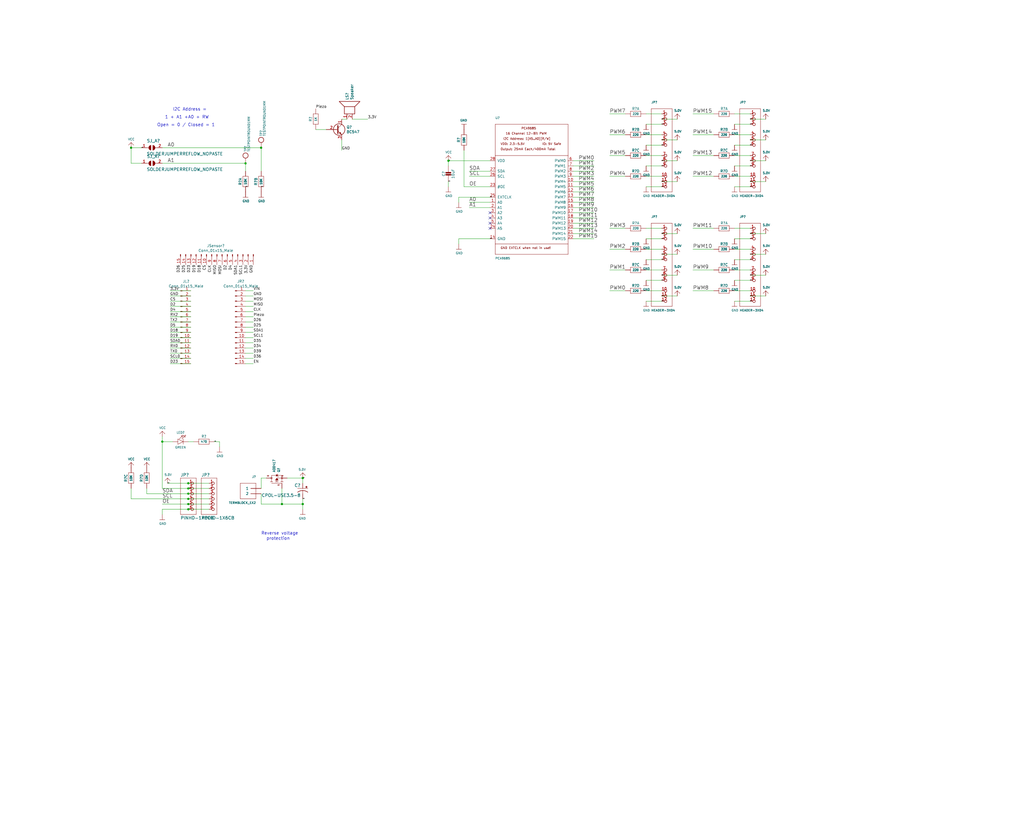
<source format=kicad_sch>
(kicad_sch (version 20211123) (generator eeschema)
  (paper "User" 499.999 399.999)
  (title_block (title "Robonova Upgraded Controller Board") (date "2022-08-11") (rev "V1.0") (comment 1 "Casper R. Tak"))
  (junction (at 91.948 238.506))
  (junction (at 64.008 72.136))
  (junction (at 91.948 241.046))
  (junction (at 91.948 235.966))
  (junction (at 137.668 246.126))
  (junction (at 127.508 72.136))
  (junction (at 119.888 79.756))
  (junction (at 218.948 78.486))
  (junction (at 91.948 246.126))
  (junction (at 91.948 248.666))
  (junction (at 79.248 215.646))
  (junction (at 147.828 233.426))
  (junction (at 147.828 246.126))
  (junction (at 91.948 243.586))
  (no_connect (at 239.268 108.966))
  (no_connect (at 239.268 111.506))
  (no_connect (at 239.268 106.426))
  (no_connect (at 239.268 103.886))
  (wire (pts (xy 239.268 98.806) (xy 229.108 98.806)))
  (wire (pts (xy 279.908 96.266) (xy 290.068 96.266)))
  (wire (pts (xy 147.828 246.126) (xy 137.668 246.126)))
  (wire (pts (xy 305.308 121.666) (xy 297.688 121.666)))
  (wire (pts (xy 279.908 108.966) (xy 290.068 108.966)))
  (wire (pts (xy 166.878 68.326) (xy 166.878 73.406)))
  (wire (pts (xy 119.888 157.226) (xy 123.698 157.226)))
  (wire (pts (xy 348.488 75.946) (xy 338.328 75.946)))
  (wire (pts (xy 218.948 78.486) (xy 239.268 78.486)))
  (wire (pts (xy 140.208 233.426) (xy 147.828 233.426)))
  (wire (pts (xy 91.948 246.126) (xy 79.248 246.126)))
  (wire (pts (xy 119.888 159.766) (xy 123.698 159.766)))
  (wire (pts (xy 83.058 177.546) (xy 93.218 177.546)))
  (wire (pts (xy 348.488 86.106) (xy 338.328 86.106)))
  (wire (pts (xy 239.268 91.186) (xy 226.568 91.186)))
  (wire (pts (xy 366.268 116.586) (xy 358.648 116.586)))
  (wire (pts (xy 279.908 81.026) (xy 290.068 81.026)))
  (wire (pts (xy 348.488 131.826) (xy 338.328 131.826)))
  (wire (pts (xy 358.648 131.826) (xy 366.268 131.826)))
  (wire (pts (xy 83.058 159.766) (xy 93.218 159.766)))
  (wire (pts (xy 366.268 144.526) (xy 373.888 144.526)))
  (wire (pts (xy 130.048 233.426) (xy 127.508 233.426)))
  (wire (pts (xy 83.058 152.146) (xy 93.218 152.146)))
  (wire (pts (xy 147.828 246.126) (xy 147.828 248.666)))
  (wire (pts (xy 154.178 63.246) (xy 159.258 63.246)))
  (wire (pts (xy 315.468 131.826) (xy 323.088 131.826)))
  (wire (pts (xy 119.888 162.306) (xy 123.698 162.306)))
  (wire (pts (xy 79.248 248.666) (xy 79.248 251.206)))
  (wire (pts (xy 83.058 141.986) (xy 93.218 141.986)))
  (wire (pts (xy 102.108 243.586) (xy 91.948 243.586)))
  (wire (pts (xy 366.268 147.066) (xy 358.648 147.066)))
  (wire (pts (xy 102.108 248.666) (xy 91.948 248.666)))
  (wire (pts (xy 64.008 79.756) (xy 64.008 72.136)))
  (wire (pts (xy 91.948 243.586) (xy 64.008 243.586)))
  (wire (pts (xy 279.908 86.106) (xy 290.068 86.106)))
  (wire (pts (xy 127.508 233.426) (xy 127.508 238.506)))
  (wire (pts (xy 358.648 55.626) (xy 366.268 55.626)))
  (wire (pts (xy 348.488 121.666) (xy 338.328 121.666)))
  (wire (pts (xy 279.908 103.886) (xy 290.068 103.886)))
  (wire (pts (xy 358.648 65.786) (xy 366.268 65.786)))
  (wire (pts (xy 119.888 152.146) (xy 123.698 152.146)))
  (wire (pts (xy 79.248 215.646) (xy 79.248 213.106)))
  (wire (pts (xy 348.488 55.626) (xy 338.328 55.626)))
  (wire (pts (xy 83.058 144.526) (xy 93.218 144.526)))
  (wire (pts (xy 119.888 79.756) (xy 119.888 83.566)))
  (wire (pts (xy 305.308 86.106) (xy 297.688 86.106)))
  (wire (pts (xy 137.668 246.126) (xy 127.508 246.126)))
  (wire (pts (xy 119.888 147.066) (xy 123.698 147.066)))
  (wire (pts (xy 358.648 121.666) (xy 366.268 121.666)))
  (wire (pts (xy 69.088 72.136) (xy 64.008 72.136)))
  (wire (pts (xy 305.308 75.946) (xy 297.688 75.946)))
  (wire (pts (xy 64.008 243.586) (xy 64.008 238.506)))
  (wire (pts (xy 315.468 65.786) (xy 323.088 65.786)))
  (wire (pts (xy 83.058 147.066) (xy 93.218 147.066)))
  (wire (pts (xy 91.948 215.646) (xy 94.488 215.646)))
  (wire (pts (xy 305.308 141.986) (xy 297.688 141.986)))
  (wire (pts (xy 91.948 241.046) (xy 71.628 241.046)))
  (wire (pts (xy 107.188 215.646) (xy 107.188 218.186)))
  (wire (pts (xy 218.948 78.486) (xy 218.948 81.026)))
  (wire (pts (xy 79.248 238.506) (xy 79.248 215.646)))
  (wire (pts (xy 323.088 116.586) (xy 315.468 116.586)))
  (wire (pts (xy 366.268 78.486) (xy 373.888 78.486)))
  (wire (pts (xy 83.058 149.606) (xy 93.218 149.606)))
  (wire (pts (xy 366.268 60.706) (xy 358.648 60.706)))
  (wire (pts (xy 83.058 162.306) (xy 93.218 162.306)))
  (wire (pts (xy 279.908 111.506) (xy 290.068 111.506)))
  (wire (pts (xy 358.648 75.946) (xy 366.268 75.946)))
  (wire (pts (xy 305.308 55.626) (xy 297.688 55.626)))
  (wire (pts (xy 119.888 167.386) (xy 123.698 167.386)))
  (wire (pts (xy 348.488 65.786) (xy 338.328 65.786)))
  (wire (pts (xy 79.248 72.136) (xy 127.508 72.136)))
  (wire (pts (xy 366.268 81.026) (xy 358.648 81.026)))
  (wire (pts (xy 102.108 238.506) (xy 91.948 238.506)))
  (wire (pts (xy 102.108 241.046) (xy 91.948 241.046)))
  (wire (pts (xy 127.508 72.136) (xy 127.508 83.566)))
  (wire (pts (xy 79.248 79.756) (xy 119.888 79.756)))
  (wire (pts (xy 119.888 154.686) (xy 123.698 154.686)))
  (wire (pts (xy 239.268 83.566) (xy 229.108 83.566)))
  (wire (pts (xy 305.308 111.506) (xy 297.688 111.506)))
  (wire (pts (xy 315.468 111.506) (xy 323.088 111.506)))
  (wire (pts (xy 279.908 98.806) (xy 290.068 98.806)))
  (wire (pts (xy 366.268 126.746) (xy 358.648 126.746)))
  (wire (pts (xy 279.908 78.486) (xy 290.068 78.486)))
  (wire (pts (xy 279.908 88.646) (xy 290.068 88.646)))
  (wire (pts (xy 71.628 241.046) (xy 71.628 238.506)))
  (wire (pts (xy 239.268 86.106) (xy 229.108 86.106)))
  (wire (pts (xy 366.268 134.366) (xy 373.888 134.366)))
  (wire (pts (xy 81.788 235.966) (xy 91.948 235.966)))
  (wire (pts (xy 323.088 81.026) (xy 315.468 81.026)))
  (wire (pts (xy 83.058 157.226) (xy 93.218 157.226)))
  (wire (pts (xy 315.468 141.986) (xy 323.088 141.986)))
  (wire (pts (xy 323.088 144.526) (xy 330.708 144.526)))
  (wire (pts (xy 119.888 172.466) (xy 123.698 172.466)))
  (wire (pts (xy 323.088 70.866) (xy 315.468 70.866)))
  (wire (pts (xy 279.908 116.586) (xy 290.068 116.586)))
  (wire (pts (xy 348.488 111.506) (xy 338.328 111.506)))
  (wire (pts (xy 366.268 91.186) (xy 358.648 91.186)))
  (wire (pts (xy 297.688 65.786) (xy 305.308 65.786)))
  (wire (pts (xy 323.088 78.486) (xy 330.708 78.486)))
  (wire (pts (xy 279.908 91.186) (xy 290.068 91.186)))
  (wire (pts (xy 348.488 141.986) (xy 338.328 141.986)))
  (wire (pts (xy 91.948 238.506) (xy 79.248 238.506)))
  (wire (pts (xy 239.268 101.346) (xy 229.108 101.346)))
  (wire (pts (xy 83.058 169.926) (xy 93.218 169.926)))
  (wire (pts (xy 315.468 55.626) (xy 323.088 55.626)))
  (wire (pts (xy 119.888 177.546) (xy 123.698 177.546)))
  (wire (pts (xy 279.908 93.726) (xy 290.068 93.726)))
  (wire (pts (xy 366.268 70.866) (xy 358.648 70.866)))
  (wire (pts (xy 279.908 106.426) (xy 290.068 106.426)))
  (wire (pts (xy 147.828 233.426) (xy 147.828 235.966)))
  (wire (pts (xy 119.888 175.006) (xy 123.698 175.006)))
  (wire (pts (xy 358.648 141.986) (xy 366.268 141.986)))
  (wire (pts (xy 366.268 124.206) (xy 373.888 124.206)))
  (wire (pts (xy 323.088 60.706) (xy 315.468 60.706)))
  (wire (pts (xy 119.888 141.986) (xy 123.698 141.986)))
  (wire (pts (xy 323.088 124.206) (xy 330.708 124.206)))
  (wire (pts (xy 366.268 88.646) (xy 373.888 88.646)))
  (wire (pts (xy 366.268 114.046) (xy 373.888 114.046)))
  (wire (pts (xy 239.268 116.586) (xy 224.028 116.586)))
  (wire (pts (xy 279.908 114.046) (xy 290.068 114.046)))
  (wire (pts (xy 79.248 215.646) (xy 84.328 215.646)))
  (wire (pts (xy 366.268 68.326) (xy 373.888 68.326)))
  (wire (pts (xy 83.058 167.386) (xy 93.218 167.386)))
  (wire (pts (xy 358.648 111.506) (xy 366.268 111.506)))
  (wire (pts (xy 366.268 136.906) (xy 358.648 136.906)))
  (wire (pts (xy 119.888 144.526) (xy 123.698 144.526)))
  (wire (pts (xy 91.948 248.666) (xy 79.248 248.666)))
  (wire (pts (xy 239.268 96.266) (xy 224.028 96.266)))
  (wire (pts (xy 323.088 91.186) (xy 315.468 91.186)))
  (wire (pts (xy 315.468 121.666) (xy 323.088 121.666)))
  (wire (pts (xy 119.888 169.926) (xy 123.698 169.926)))
  (wire (pts (xy 171.958 58.166) (xy 179.578 58.166)))
  (wire (pts (xy 91.948 235.966) (xy 102.108 235.966)))
  (wire (pts (xy 358.648 86.106) (xy 366.268 86.106)))
  (wire (pts (xy 366.268 58.166) (xy 373.888 58.166)))
  (wire (pts (xy 323.088 88.646) (xy 330.708 88.646)))
  (wire (pts (xy 69.088 79.756) (xy 64.008 79.756)))
  (wire (pts (xy 137.668 238.506) (xy 137.668 246.126)))
  (wire (pts (xy 305.308 131.826) (xy 297.688 131.826)))
  (wire (pts (xy 279.908 83.566) (xy 290.068 83.566)))
  (wire (pts (xy 83.058 154.686) (xy 93.218 154.686)))
  (wire (pts (xy 323.088 114.046) (xy 330.708 114.046)))
  (wire (pts (xy 83.058 172.466) (xy 93.218 172.466)))
  (wire (pts (xy 224.028 96.266) (xy 224.028 98.806)))
  (wire (pts (xy 323.088 147.066) (xy 315.468 147.066)))
  (wire (pts (xy 315.468 75.946) (xy 323.088 75.946)))
  (wire (pts (xy 218.948 88.646) (xy 218.948 91.186)))
  (wire (pts (xy 323.088 136.906) (xy 315.468 136.906)))
  (wire (pts (xy 147.828 243.586) (xy 147.828 246.126)))
  (wire (pts (xy 169.418 58.166) (xy 166.878 58.166)))
  (wire (pts (xy 226.568 91.186) (xy 226.568 73.406)))
  (wire (pts (xy 83.058 164.846) (xy 93.218 164.846)))
  (wire (pts (xy 315.468 86.106) (xy 323.088 86.106)))
  (wire (pts (xy 323.088 134.366) (xy 330.708 134.366)))
  (wire (pts (xy 83.058 175.006) (xy 93.218 175.006)))
  (wire (pts (xy 224.028 116.586) (xy 224.028 119.126)))
  (wire (pts (xy 279.908 101.346) (xy 290.068 101.346)))
  (wire (pts (xy 119.888 164.846) (xy 123.698 164.846)))
  (wire (pts (xy 323.088 68.326) (xy 330.708 68.326)))
  (wire (pts (xy 102.108 246.126) (xy 91.948 246.126)))
  (wire (pts (xy 119.888 149.606) (xy 123.698 149.606)))
  (wire (pts (xy 323.088 58.166) (xy 330.708 58.166)))
  (wire (pts (xy 104.648 215.646) (xy 107.188 215.646)))
  (wire (pts (xy 127.508 246.126) (xy 127.508 241.046)))
  (wire (pts (xy 323.088 126.746) (xy 315.468 126.746)))
  (text "Open = 0 / Closed = 1" (at 76.708 61.976 0) (effects (font (size 1.4986 1.4986)) (justify left bottom)))
  (text "protection" (at 130.048 263.906 0) (effects (font (size 1.4986 1.4986)) (justify left bottom)))
  (text "I2C Address =" (at 84.328 54.356 0) (effects (font (size 1.4986 1.4986)) (justify left bottom)))
  (text "1 + A1 +A0 + RW" (at 80.518 58.166 0) (effects (font (size 1.4986 1.4986)) (justify left bottom)))
  (text "Reverse voltage" (at 127.508 261.366 0) (effects (font (size 1.4986 1.4986)) (justify left bottom)))
  (label "GND" (at 147.828 243.586 0) (effects (font (size 0.254 0.254))))
  (label "5.0V" (at 366.268 68.326 0) (effects (font (size 0.254 0.254))))
  (label "5.0V" (at 323.088 144.526 0) (effects (font (size 0.254 0.254))))
  (label "D4" (at 113.538 129.286 270))
  (label "PWM7" (at 282.448 96.266 0) (effects (font (size 1.778 1.778))))
  (label "PWM5" (at 282.448 91.186 0) (effects (font (size 1.778 1.778))))
  (label "3.3V" (at 179.578 58.166 0))
  (label "5.0V" (at 366.268 88.646 0) (effects (font (size 0.254 0.254))))
  (label "D25" (at 123.698 159.766 0))
  (label "RX0" (at 83.058 169.926 0))
  (label "TX2" (at 83.058 157.226 0))
  (label "5.0V" (at 366.268 134.366 0) (effects (font (size 0.254 0.254))))
  (label "CLK" (at 123.698 152.146 0))
  (label "PWM9" (at 338.328 131.826 0) (effects (font (size 1.778 1.778))))
  (label "VCC" (at 69.088 72.136 0) (effects (font (size 0.254 0.254))))
  (label "5.0V" (at 366.268 58.166 0) (effects (font (size 0.254 0.254))))
  (label "GND" (at 323.088 70.866 0) (effects (font (size 0.254 0.254))))
  (label "SCL0" (at 83.058 175.006 0))
  (label "Piezo" (at 154.178 53.086 0))
  (label "5.0V" (at 366.268 114.046 0) (effects (font (size 0.254 0.254))))
  (label "GND" (at 323.088 116.586 0) (effects (font (size 0.254 0.254))))
  (label "3.3V" (at 121.158 129.286 270))
  (label "3.3V" (at 83.058 141.986 0))
  (label "GND" (at 127.508 91.186 0) (effects (font (size 0.254 0.254))))
  (label "SCL1" (at 118.618 129.286 270))
  (label "5.0V" (at 323.088 88.646 0) (effects (font (size 0.254 0.254))))
  (label "PWM0" (at 282.448 78.486 0) (effects (font (size 1.778 1.778))))
  (label "PWM2" (at 297.688 121.666 0) (effects (font (size 1.778 1.778))))
  (label "GND" (at 323.088 147.066 0) (effects (font (size 0.254 0.254))))
  (label "D4" (at 83.058 152.146 0))
  (label "PWM8" (at 282.448 98.806 0) (effects (font (size 1.778 1.778))))
  (label "OE" (at 79.248 246.126 0) (effects (font (size 1.778 1.778))))
  (label "GND" (at 239.268 96.266 0) (effects (font (size 0.254 0.254))))
  (label "GND" (at 366.268 116.586 0) (effects (font (size 0.254 0.254))))
  (label "D23" (at 93.218 129.286 270))
  (label "GND" (at 366.268 147.066 0) (effects (font (size 0.254 0.254))))
  (label "PWM1" (at 282.448 81.026 0) (effects (font (size 1.778 1.778))))
  (label "5.0V" (at 81.788 235.966 0) (effects (font (size 0.254 0.254))))
  (label "D18" (at 98.298 129.286 270))
  (label "MOSI" (at 123.698 147.066 0))
  (label "GND" (at 366.268 136.906 0) (effects (font (size 0.254 0.254))))
  (label "A1" (at 229.108 101.346 0) (effects (font (size 1.778 1.778))))
  (label "PWM14" (at 282.448 114.046 0) (effects (font (size 1.778 1.778))))
  (label "SDA0" (at 83.058 167.386 0))
  (label "SCL" (at 79.248 243.586 0) (effects (font (size 1.778 1.778))))
  (label "D23" (at 83.058 177.546 0))
  (label "SDA" (at 229.108 83.566 0) (effects (font (size 1.778 1.778))))
  (label "PWM15" (at 338.328 55.626 0) (effects (font (size 1.778 1.778))))
  (label "D19" (at 83.058 164.846 0))
  (label "5.0V" (at 323.088 134.366 0) (effects (font (size 0.254 0.254))))
  (label "GND" (at 323.088 126.746 0) (effects (font (size 0.254 0.254))))
  (label "PWM15" (at 282.448 116.586 0) (effects (font (size 1.778 1.778))))
  (label "D2" (at 83.058 149.606 0))
  (label "CS" (at 100.838 129.286 270))
  (label "MISO" (at 105.918 129.286 270))
  (label "D18" (at 83.058 162.306 0))
  (label "PWM0" (at 297.688 141.986 0) (effects (font (size 1.778 1.778))))
  (label "D26" (at 88.138 129.286 270))
  (label "GND" (at 366.268 91.186 0) (effects (font (size 0.254 0.254))))
  (label "Piezo" (at 123.698 154.686 0))
  (label "PWM4" (at 297.688 86.106 0) (effects (font (size 1.778 1.778))))
  (label "PWM11" (at 338.328 111.506 0) (effects (font (size 1.778 1.778))))
  (label "A1" (at 81.788 79.756 0) (effects (font (size 1.778 1.778))))
  (label "5.0V" (at 323.088 124.206 0) (effects (font (size 0.254 0.254))))
  (label "PWM6" (at 297.688 65.786 0) (effects (font (size 1.778 1.778))))
  (label "D5" (at 83.058 159.766 0))
  (label "D19" (at 95.758 129.286 270))
  (label "GND" (at 123.698 129.286 270))
  (label "D26" (at 123.698 157.226 0))
  (label "SCL" (at 229.108 86.106 0) (effects (font (size 1.778 1.778))))
  (label "PWM10" (at 338.328 121.666 0) (effects (font (size 1.778 1.778))))
  (label "D36" (at 123.698 175.006 0))
  (label "VCC" (at 218.948 78.486 0) (effects (font (size 0.254 0.254))))
  (label "PWM11" (at 282.448 106.426 0) (effects (font (size 1.778 1.778))))
  (label "VIN" (at 123.698 141.986 0))
  (label "PWM13" (at 338.328 75.946 0) (effects (font (size 1.778 1.778))))
  (label "GND" (at 104.648 215.646 0) (effects (font (size 0.254 0.254))))
  (label "D25" (at 90.678 129.286 270))
  (label "RX2" (at 83.058 154.686 0))
  (label "GND" (at 366.268 70.866 0) (effects (font (size 0.254 0.254))))
  (label "EN" (at 123.698 177.546 0))
  (label "A0" (at 81.788 72.136 0) (effects (font (size 1.778 1.778))))
  (label "D34" (at 123.698 169.926 0))
  (label "PWM6" (at 282.448 93.726 0) (effects (font (size 1.778 1.778))))
  (label "GND" (at 91.948 248.666 0) (effects (font (size 0.254 0.254))))
  (label "PWM9" (at 282.448 101.346 0) (effects (font (size 1.778 1.778))))
  (label "GND" (at 366.268 81.026 0) (effects (font (size 0.254 0.254))))
  (label "PWM4" (at 282.448 88.646 0) (effects (font (size 1.778 1.778))))
  (label "GND" (at 366.268 60.706 0) (effects (font (size 0.254 0.254))))
  (label "SDA1" (at 123.698 162.306 0))
  (label "SCL1" (at 123.698 164.846 0))
  (label "PWM5" (at 297.688 75.946 0) (effects (font (size 1.778 1.778))))
  (label "PWM14" (at 338.328 65.786 0) (effects (font (size 1.778 1.778))))
  (label "5.0V" (at 323.088 114.046 0) (effects (font (size 0.254 0.254))))
  (label "VCC" (at 91.948 238.506 0) (effects (font (size 0.254 0.254))))
  (label "5.0V" (at 366.268 124.206 0) (effects (font (size 0.254 0.254))))
  (label "PWM7" (at 297.688 55.626 0) (effects (font (size 1.778 1.778))))
  (label "PWM2" (at 282.448 83.566 0) (effects (font (size 1.778 1.778))))
  (label "TX0" (at 83.058 172.466 0))
  (label "5.0V" (at 366.268 144.526 0) (effects (font (size 0.254 0.254))))
  (label "PWM12" (at 338.328 86.106 0) (effects (font (size 1.778 1.778))))
  (label "GND" (at 83.058 144.526 0))
  (label "GND" (at 166.878 73.406 0))
  (label "CS" (at 83.058 147.066 0))
  (label "CLK" (at 103.378 129.286 270))
  (label "PWM1" (at 297.688 131.826 0) (effects (font (size 1.778 1.778))))
  (label "MISO" (at 123.698 149.606 0))
  (label "GND" (at 323.088 136.906 0) (effects (font (size 0.254 0.254))))
  (label "5.0V" (at 147.828 233.426 0) (effects (font (size 0.254 0.254))))
  (label "GND" (at 323.088 91.186 0) (effects (font (size 0.254 0.254))))
  (label "SDA1" (at 116.078 129.286 270))
  (label "GND" (at 218.948 88.646 0) (effects (font (size 0.254 0.254))))
  (label "PWM8" (at 338.328 141.986 0) (effects (font (size 1.778 1.778))))
  (label "GND" (at 323.088 81.026 0) (effects (font (size 0.254 0.254))))
  (label "5.0V" (at 323.088 68.326 0) (effects (font (size 0.254 0.254))))
  (label "GND" (at 366.268 126.746 0) (effects (font (size 0.254 0.254))))
  (label "OE" (at 229.108 91.186 0) (effects (font (size 1.778 1.778))))
  (label "A0" (at 229.108 98.806 0) (effects (font (size 1.778 1.778))))
  (label "D2" (at 110.998 129.286 270))
  (label "GND" (at 239.268 116.586 0) (effects (font (size 0.254 0.254))))
  (label "GND" (at 119.888 91.186 0) (effects (font (size 0.254 0.254))))
  (label "GND" (at 123.698 144.526 0))
  (label "D39" (at 123.698 172.466 0))
  (label "MOSI" (at 108.458 129.286 270))
  (label "GND" (at 323.088 60.706 0) (effects (font (size 0.254 0.254))))
  (label "5.0V" (at 323.088 58.166 0) (effects (font (size 0.254 0.254))))
  (label "D35" (at 123.698 167.386 0))
  (label "PWM13" (at 282.448 111.506 0) (effects (font (size 1.778 1.778))))
  (label "PWM3" (at 297.688 111.506 0) (effects (font (size 1.778 1.778))))
  (label "5.0V" (at 366.268 78.486 0) (effects (font (size 0.254 0.254))))
  (label "PWM12" (at 282.448 108.966 0) (effects (font (size 1.778 1.778))))
  (label "PWM3" (at 282.448 86.106 0) (effects (font (size 1.778 1.778))))
  (label "SDA" (at 79.248 241.046 0) (effects (font (size 1.778 1.778))))
  (label "5.0V" (at 323.088 78.486 0) (effects (font (size 0.254 0.254))))
  (label "PWM10" (at 282.448 103.886 0) (effects (font (size 1.778 1.778))))
  (symbol (lib_id "Adafruit-PCA9685-rev-C-rescue:GND-Adafruit_PCA9685_rev_C-eagle-import") (at 358.648 139.446 0) (unit 1)
    (property "Reference" "#U$?" (effects hide))
    (property "Value" "GND" (at 357.124 141.986 0) (effects (font (size 1.0668 1.0668)) (justify left bottom)))
  )
  (symbol (lib_id "Adafruit-PCA9685-rev-C-rescue:GND-Adafruit_PCA9685_rev_C-eagle-import") (at 218.948 93.726 0) (unit 1)
    (property "Reference" "#U$?" (effects hide))
    (property "Value" "GND" (at 217.424 96.266 0) (effects (font (size 1.0668 1.0668)) (justify left bottom)))
  )
  (symbol (lib_id "Adafruit-PCA9685-rev-C-rescue:RESISTOR_4PACK-Adafruit_PCA9685_rev_C-eagle-import") (at 127.508 88.646 90) (unit 2)
    (property "Reference" "R?" (at 124.968 88.646 0))
    (property "Value" "10K" (at 127.508 88.646 0) (effects (font (size 1.016 1.016) bold)))
    (property "Footprint" "Adafruit PCA9685 rev C:RESPACK_4X0603" (effects hide))
  )
  (symbol (lib_id "Adafruit-PCA9685-rev-C-rescue:RESISTOR0805_NOOUTLINE-Adafruit_PCA9685_rev_C-eagle-import") (at 226.568 68.326 90) (unit 1)
    (property "Reference" "R?" (at 224.028 68.326 0))
    (property "Value" "10K" (at 226.568 68.326 0) (effects (font (size 1.016 1.016) bold)))
    (property "Footprint" "Adafruit PCA9685 rev C:0805-NO" (effects hide))
  )
  (symbol (lib_id "Adafruit-PCA9685-rev-C-rescue:RESISTOR_4PACK-Adafruit_PCA9685_rev_C-eagle-import") (at 353.568 131.826 0) (unit 3)
    (property "Reference" "R?" (at 353.568 129.286 0))
    (property "Value" "220" (at 353.568 131.826 0) (effects (font (size 1.016 1.016) bold)))
    (property "Footprint" "Adafruit PCA9685 rev C:RESPACK_4X0603" (effects hide))
  )
  (symbol (lib_id "Adafruit-PCA9685-rev-C-rescue:RESISTOR0805_NOOUTLINE-Adafruit_PCA9685_rev_C-eagle-import") (at 154.178 58.166 90) (unit 1)
    (property "Reference" "R?" (at 151.638 58.166 0))
    (property "Value" "1K" (at 154.178 58.166 0) (effects (font (size 1.016 1.016) bold)))
    (property "Footprint" "Adafruit PCA9685 rev C:0805-NO" (effects hide))
  )
  (symbol (lib_id "Adafruit-PCA9685-rev-C-rescue:5.0V-Adafruit_PCA9685_rev_C-eagle-import") (at 330.708 131.826 0) (unit 1)
    (property "Reference" "#U$?" (effects hide))
    (property "Value" "5.0V" (at 329.184 130.81 0) (effects (font (size 1.0668 1.0668)) (justify left bottom)))
  )
  (symbol (lib_id "Adafruit-PCA9685-rev-C-rescue:HEADER-3X04-Adafruit_PCA9685_rev_C-eagle-import") (at 366.268 129.286 0) (unit 1)
    (property "Reference" "JP?" (at 361.188 106.426 0) (effects (font (size 1.0668 1.0668)) (justify left bottom)))
    (property "Value" "HEADER-3X04" (at 361.188 152.146 0) (effects (font (size 1.0668 1.0668)) (justify left bottom)))
    (property "Footprint" "Adafruit PCA9685 rev C:3X04" (effects hide))
  )
  (symbol (lib_id "Adafruit-PCA9685-rev-C-rescue:5.0V-Adafruit_PCA9685_rev_C-eagle-import") (at 330.708 86.106 0) (unit 1)
    (property "Reference" "#U$?" (effects hide))
    (property "Value" "5.0V" (at 329.184 85.09 0) (effects (font (size 1.0668 1.0668)) (justify left bottom)))
  )
  (symbol (lib_id "Adafruit-PCA9685-rev-C-rescue:VCC-Adafruit_PCA9685_rev_C-eagle-import") (at 71.628 225.806 0) (unit 1)
    (property "Reference" "#P+?" (effects hide))
    (property "Value" "VCC" (at 70.104 224.79 0) (effects (font (size 1.0668 1.0668)) (justify left bottom)))
  )
  (symbol (lib_id "Adafruit-PCA9685-rev-C-rescue:5.0V-Adafruit_PCA9685_rev_C-eagle-import") (at 147.828 230.886 0) (mirror y) (unit 1)
    (property "Reference" "#U$?" (effects hide))
    (property "Value" "5.0V" (at 149.352 229.87 0) (effects (font (size 1.0668 1.0668)) (justify left bottom)))
  )
  (symbol (lib_id "Adafruit-PCA9685-rev-C-rescue:RESISTOR_4PACK-Adafruit_PCA9685_rev_C-eagle-import") (at 353.568 65.786 0) (unit 2)
    (property "Reference" "R?" (at 353.568 63.246 0))
    (property "Value" "220" (at 353.568 65.786 0) (effects (font (size 1.016 1.016) bold)))
    (property "Footprint" "Adafruit PCA9685 rev C:RESPACK_4X0603" (effects hide))
  )
  (symbol (lib_id "Adafruit-PCA9685-rev-C-rescue:5.0V-Adafruit_PCA9685_rev_C-eagle-import") (at 330.708 55.626 0) (unit 1)
    (property "Reference" "#U$?" (effects hide))
    (property "Value" "5.0V" (at 329.184 54.61 0) (effects (font (size 1.0668 1.0668)) (justify left bottom)))
  )
  (symbol (lib_id "Adafruit-PCA9685-rev-C-rescue:5.0V-Adafruit_PCA9685_rev_C-eagle-import") (at 373.888 86.106 0) (unit 1)
    (property "Reference" "#U$?" (effects hide))
    (property "Value" "5.0V" (at 372.364 85.09 0) (effects (font (size 1.0668 1.0668)) (justify left bottom)))
  )
  (symbol (lib_id "Adafruit-PCA9685-rev-C-rescue:GND-Adafruit_PCA9685_rev_C-eagle-import") (at 315.468 83.566 0) (unit 1)
    (property "Reference" "#U$?" (effects hide))
    (property "Value" "GND" (at 313.944 86.106 0) (effects (font (size 1.0668 1.0668)) (justify left bottom)))
  )
  (symbol (lib_id "Adafruit-PCA9685-rev-C-rescue:PINHD-1X6CB-Adafruit_PCA9685_rev_C-eagle-import") (at 94.488 243.586 0) (unit 1)
    (property "Reference" "JP?" (at 88.138 232.791 0) (effects (font (size 1.4986 1.4986)) (justify left bottom)))
    (property "Value" "PINHD-1X6CB" (at 88.138 253.746 0) (effects (font (size 1.4986 1.4986)) (justify left bottom)))
    (property "Footprint" "Adafruit PCA9685 rev C:1X06-CLEANBIG" (effects hide))
  )
  (symbol (lib_id "Adafruit-PCA9685-rev-C-rescue:GND-Adafruit_PCA9685_rev_C-eagle-import") (at 315.468 149.606 0) (unit 1)
    (property "Reference" "#U$?" (effects hide))
    (property "Value" "GND" (at 313.944 152.146 0) (effects (font (size 1.0668 1.0668)) (justify left bottom)))
  )
  (symbol (lib_id "Adafruit-PCA9685-rev-C-rescue:MOSFET-PTO252-Adafruit_PCA9685_rev_C-eagle-import") (at 135.128 233.426 270) (mirror x) (unit 1)
    (property "Reference" "Q?" (at 135.509 230.632 0) (effects (font (size 1.0668 1.0668)) (justify left bottom)))
    (property "Value" "AOD417" (at 133.223 230.632 0) (effects (font (size 1.0668 1.0668)) (justify left bottom)))
    (property "Footprint" "Adafruit PCA9685 rev C:TO252" (effects hide))
  )
  (symbol (lib_id "Adafruit-PCA9685-rev-C-rescue:5.0V-Adafruit_PCA9685_rev_C-eagle-import") (at 330.708 75.946 0) (unit 1)
    (property "Reference" "#U$?" (effects hide))
    (property "Value" "5.0V" (at 329.184 74.93 0) (effects (font (size 1.0668 1.0668)) (justify left bottom)))
  )
  (symbol (lib_id "Adafruit-PCA9685-rev-C-rescue:GND-Adafruit_PCA9685_rev_C-eagle-import") (at 315.468 119.126 0) (unit 1)
    (property "Reference" "#U$?" (effects hide))
    (property "Value" "GND" (at 313.944 121.666 0) (effects (font (size 1.0668 1.0668)) (justify left bottom)))
  )
  (symbol (lib_id "Connector:Conn_01x15_Male") (at 114.808 159.766 0) (unit 1)
    (property "Reference" "JR?" (at 117.5512 137.3886 0))
    (property "Value" "Conn_01x15_Male" (at 117.5512 139.7 0))
    (property "Footprint" "Connector_PinHeader_2.54mm:PinHeader_1x15_P2.54mm_Vertical" (effects hide))
  )
  (symbol (lib_id "Adafruit-PCA9685-rev-C-rescue:RESISTOR_4PACK-Adafruit_PCA9685_rev_C-eagle-import") (at 310.388 141.986 0) (unit 4)
    (property "Reference" "R?" (at 310.388 139.446 0))
    (property "Value" "220" (at 310.388 141.986 0) (effects (font (size 1.016 1.016) bold)))
    (property "Footprint" "Adafruit PCA9685 rev C:RESPACK_4X0603" (effects hide))
  )
  (symbol (lib_id "Adafruit-PCA9685-rev-C-rescue:5.0V-Adafruit_PCA9685_rev_C-eagle-import") (at 373.888 65.786 0) (unit 1)
    (property "Reference" "#U$?" (effects hide))
    (property "Value" "5.0V" (at 372.364 64.77 0) (effects (font (size 1.0668 1.0668)) (justify left bottom)))
  )
  (symbol (lib_id "Device:Speaker") (at 169.418 53.086 90) (unit 1)
    (property "Reference" "LS?" (at 169.5196 48.768 0) (effects (justify left)))
    (property "Value" "Speaker" (at 171.831 48.768 0) (effects (justify left)))
    (property "Footprint" "Capacitor_THT:CP_Radial_D12.5mm_P7.50mm" (effects hide))
  )
  (symbol (lib_id "Adafruit-PCA9685-rev-C-rescue:VCC-Adafruit_PCA9685_rev_C-eagle-import") (at 64.008 225.806 0) (unit 1)
    (property "Reference" "#P+?" (effects hide))
    (property "Value" "VCC" (at 62.484 224.79 0) (effects (font (size 1.0668 1.0668)) (justify left bottom)))
  )
  (symbol (lib_id "Connector:Conn_01x15_Male") (at 105.918 124.206 270) (unit 1)
    (property "Reference" "JSensor?" (at 105.3592 120.015 90))
    (property "Value" "Conn_01x15_Male" (at 105.3592 122.3264 90))
    (property "Footprint" "Connector_PinHeader_2.54mm:PinHeader_1x15_P2.54mm_Vertical" (effects hide))
  )
  (symbol (lib_id "Adafruit-PCA9685-rev-C-rescue:GND-Adafruit_PCA9685_rev_C-eagle-import") (at 224.028 101.346 0) (unit 1)
    (property "Reference" "#U$?" (effects hide))
    (property "Value" "GND" (at 222.504 103.886 0) (effects (font (size 1.0668 1.0668)) (justify left bottom)))
  )
  (symbol (lib_id "Adafruit-PCA9685-rev-C-rescue:RESISTOR_0805MP-Adafruit_PCA9685_rev_C-eagle-import") (at 99.568 215.646 0) (unit 1)
    (property "Reference" "R?" (at 99.568 213.106 0))
    (property "Value" "470" (at 99.568 215.646 0) (effects (font (size 1.016 1.016) bold)))
    (property "Footprint" "Adafruit PCA9685 rev C:_0805MP" (effects hide))
  )
  (symbol (lib_id "Adafruit-PCA9685-rev-C-rescue:GND-Adafruit_PCA9685_rev_C-eagle-import") (at 358.648 129.286 0) (unit 1)
    (property "Reference" "#U$?" (effects hide))
    (property "Value" "GND" (at 357.124 131.826 0) (effects (font (size 1.0668 1.0668)) (justify left bottom)))
  )
  (symbol (lib_id "Adafruit-PCA9685-rev-C-rescue:VCC-Adafruit_PCA9685_rev_C-eagle-import") (at 64.008 69.596 0) (unit 1)
    (property "Reference" "#P+?" (effects hide))
    (property "Value" "VCC" (at 62.484 68.58 0) (effects (font (size 1.0668 1.0668)) (justify left bottom)))
  )
  (symbol (lib_id "Adafruit-PCA9685-rev-C-rescue:5.0V-Adafruit_PCA9685_rev_C-eagle-import") (at 330.708 111.506 0) (unit 1)
    (property "Reference" "#U$?" (effects hide))
    (property "Value" "5.0V" (at 329.184 110.49 0) (effects (font (size 1.0668 1.0668)) (justify left bottom)))
  )
  (symbol (lib_id "Adafruit-PCA9685-rev-C-rescue:RESISTOR_4PACK-Adafruit_PCA9685_rev_C-eagle-import") (at 310.388 75.946 0) (unit 3)
    (property "Reference" "R?" (at 310.388 73.406 0))
    (property "Value" "220" (at 310.388 75.946 0) (effects (font (size 1.016 1.016) bold)))
    (property "Footprint" "Adafruit PCA9685 rev C:RESPACK_4X0603" (effects hide))
  )
  (symbol (lib_id "Adafruit-PCA9685-rev-C-rescue:PCA9685-Adafruit_PCA9685_rev_C-eagle-import") (at 259.588 93.726 0) (unit 1)
    (property "Reference" "U?" (at 241.808 58.166 0) (effects (font (size 1.0668 1.0668)) (justify left bottom)))
    (property "Value" "PCA9685" (at 241.808 126.746 0) (effects (font (size 1.0668 1.0668)) (justify left bottom)))
    (property "Footprint" "Adafruit PCA9685 rev C:TSSOP28" (effects hide))
  )
  (symbol (lib_id "Adafruit-PCA9685-rev-C-rescue:GND-Adafruit_PCA9685_rev_C-eagle-import") (at 107.188 220.726 0) (unit 1)
    (property "Reference" "#U$?" (effects hide))
    (property "Value" "GND" (at 105.664 223.266 0) (effects (font (size 1.0668 1.0668)) (justify left bottom)))
  )
  (symbol (lib_id "Adafruit-PCA9685-rev-C-rescue:GND-Adafruit_PCA9685_rev_C-eagle-import") (at 358.648 119.126 0) (unit 1)
    (property "Reference" "#U$?" (effects hide))
    (property "Value" "GND" (at 357.124 121.666 0) (effects (font (size 1.0668 1.0668)) (justify left bottom)))
  )
  (symbol (lib_id "Adafruit-PCA9685-rev-C-rescue:PINHD-1X6CB-Adafruit_PCA9685_rev_C-eagle-import") (at 104.648 243.586 0) (unit 1)
    (property "Reference" "JP?" (at 98.298 232.791 0) (effects (font (size 1.4986 1.4986)) (justify left bottom)))
    (property "Value" "PINHD-1X6CB" (at 98.298 253.746 0) (effects (font (size 1.4986 1.4986)) (justify left bottom)))
    (property "Footprint" "Adafruit PCA9685 rev C:1X06-CLEANBIG" (effects hide))
  )
  (symbol (lib_id "Adafruit-PCA9685-rev-C-rescue:GND-Adafruit_PCA9685_rev_C-eagle-import") (at 315.468 73.406 0) (unit 1)
    (property "Reference" "#U$?" (effects hide))
    (property "Value" "GND" (at 313.944 75.946 0) (effects (font (size 1.0668 1.0668)) (justify left bottom)))
  )
  (symbol (lib_id "Adafruit-PCA9685-rev-C-rescue:RESISTOR_4PACK-Adafruit_PCA9685_rev_C-eagle-import") (at 119.888 88.646 90) (unit 1)
    (property "Reference" "R?" (at 117.348 88.646 0))
    (property "Value" "10K" (at 119.888 88.646 0) (effects (font (size 1.016 1.016) bold)))
    (property "Footprint" "Adafruit PCA9685 rev C:RESPACK_4X0603" (effects hide))
  )
  (symbol (lib_id "Adafruit-PCA9685-rev-C-rescue:TESTPOINTROUND1MM-Adafruit_PCA9685_rev_C-eagle-import") (at 127.508 72.136 0) (unit 1)
    (property "Reference" "TP?" (at 127.508 66.548 90) (effects (font (size 1.0668 1.0668)) (justify left)))
    (property "Value" "TESTPOINTROUND1MM" (at 129.159 66.548 90) (effects (font (size 1.0668 1.0668)) (justify left)))
    (property "Footprint" "Adafruit PCA9685 rev C:TESTPOINT_ROUND_1MM" (effects hide))
  )
  (symbol (lib_id "Adafruit-PCA9685-rev-C-rescue:RESISTOR_4PACK-Adafruit_PCA9685_rev_C-eagle-import") (at 64.008 233.426 90) (unit 3)
    (property "Reference" "R?" (at 61.468 233.426 0))
    (property "Value" "10K" (at 64.008 233.426 0) (effects (font (size 1.016 1.016) bold)))
    (property "Footprint" "Adafruit PCA9685 rev C:RESPACK_4X0603" (effects hide))
  )
  (symbol (lib_id "Adafruit-PCA9685-rev-C-rescue:5.0V-Adafruit_PCA9685_rev_C-eagle-import") (at 330.708 121.666 0) (unit 1)
    (property "Reference" "#U$?" (effects hide))
    (property "Value" "5.0V" (at 329.184 120.65 0) (effects (font (size 1.0668 1.0668)) (justify left bottom)))
  )
  (symbol (lib_id "Adafruit-PCA9685-rev-C-rescue:GND-Adafruit_PCA9685_rev_C-eagle-import") (at 358.648 149.606 0) (unit 1)
    (property "Reference" "#U$?" (effects hide))
    (property "Value" "GND" (at 357.124 152.146 0) (effects (font (size 1.0668 1.0668)) (justify left bottom)))
  )
  (symbol (lib_id "Transistor_BJT:BC547") (at 164.338 63.246 0) (unit 1)
    (property "Reference" "Q?" (at 169.1894 62.0776 0) (effects (justify left)))
    (property "Value" "BC547" (at 169.1894 64.389 0) (effects (justify left)))
    (property "Footprint" "Package_TO_SOT_THT:TO-92_Inline" (effects hide))
    (property "Datasheet" "https://www.onsemi.com/pub/Collateral/BC550-D.pdf" (effects hide))
  )
  (symbol (lib_id "Adafruit-PCA9685-rev-C-rescue:GND-Adafruit_PCA9685_rev_C-eagle-import") (at 127.508 96.266 0) (unit 1)
    (property "Reference" "#U$?" (effects hide))
    (property "Value" "GND" (at 125.984 98.806 0) (effects (font (size 1.0668 1.0668)) (justify left bottom)))
  )
  (symbol (lib_id "Adafruit-PCA9685-rev-C-rescue:TESTPOINTROUND1MM-Adafruit_PCA9685_rev_C-eagle-import") (at 119.888 79.756 0) (unit 1)
    (property "Reference" "TP?" (at 119.888 74.168 90) (effects (font (size 1.0668 1.0668)) (justify left)))
    (property "Value" "TESTPOINTROUND1MM" (at 121.539 74.168 90) (effects (font (size 1.0668 1.0668)) (justify left)))
    (property "Footprint" "Adafruit PCA9685 rev C:TESTPOINT_ROUND_1MM" (effects hide))
  )
  (symbol (lib_id "Adafruit-PCA9685-rev-C-rescue:SOLDERJUMPERREFLOW_NOPASTE-Adafruit_PCA9685_rev_C-eagle-import") (at 74.168 79.756 0) (unit 1)
    (property "Reference" "SJ_A?" (at 71.628 77.216 0) (effects (font (size 1.4986 1.4986)) (justify left bottom)))
    (property "Value" "SOLDERJUMPERREFLOW_NOPASTE" (at 71.628 83.566 0) (effects (font (size 1.4986 1.4986)) (justify left bottom)))
    (property "Footprint" "Adafruit PCA9685 rev C:SOLDERJUMPER_REFLOW_NOPASTE" (effects hide))
  )
  (symbol (lib_id "Adafruit-PCA9685-rev-C-rescue:GND-Adafruit_PCA9685_rev_C-eagle-import") (at 119.888 96.266 0) (unit 1)
    (property "Reference" "#U$?" (effects hide))
    (property "Value" "GND" (at 118.364 98.806 0) (effects (font (size 1.0668 1.0668)) (justify left bottom)))
  )
  (symbol (lib_id "Adafruit-PCA9685-rev-C-rescue:5.0V-Adafruit_PCA9685_rev_C-eagle-import") (at 373.888 55.626 0) (unit 1)
    (property "Reference" "#U$?" (effects hide))
    (property "Value" "5.0V" (at 372.364 54.61 0) (effects (font (size 1.0668 1.0668)) (justify left bottom)))
  )
  (symbol (lib_id "Adafruit-PCA9685-rev-C-rescue:RESISTOR_4PACK-Adafruit_PCA9685_rev_C-eagle-import") (at 310.388 86.106 0) (unit 4)
    (property "Reference" "R?" (at 310.388 83.566 0))
    (property "Value" "220" (at 310.388 86.106 0) (effects (font (size 1.016 1.016) bold)))
    (property "Footprint" "Adafruit PCA9685 rev C:RESPACK_4X0603" (effects hide))
  )
  (symbol (lib_id "Adafruit-PCA9685-rev-C-rescue:RESISTOR_4PACK-Adafruit_PCA9685_rev_C-eagle-import") (at 310.388 55.626 0) (unit 1)
    (property "Reference" "R?" (at 310.388 53.086 0))
    (property "Value" "220" (at 310.388 55.626 0) (effects (font (size 1.016 1.016) bold)))
    (property "Footprint" "Adafruit PCA9685 rev C:RESPACK_4X0603" (effects hide))
  )
  (symbol (lib_id "Adafruit-PCA9685-rev-C-rescue:5.0V-Adafruit_PCA9685_rev_C-eagle-import") (at 373.888 121.666 0) (unit 1)
    (property "Reference" "#U$?" (effects hide))
    (property "Value" "5.0V" (at 372.364 120.65 0) (effects (font (size 1.0668 1.0668)) (justify left bottom)))
  )
  (symbol (lib_id "Adafruit-PCA9685-rev-C-rescue:GND-Adafruit_PCA9685_rev_C-eagle-import") (at 79.248 253.746 0) (unit 1)
    (property "Reference" "#U$?" (effects hide))
    (property "Value" "GND" (at 77.724 256.286 0) (effects (font (size 1.0668 1.0668)) (justify left bottom)))
  )
  (symbol (lib_id "Adafruit-PCA9685-rev-C-rescue:5.0V-Adafruit_PCA9685_rev_C-eagle-import") (at 373.888 141.986 0) (unit 1)
    (property "Reference" "#U$?" (effects hide))
    (property "Value" "5.0V" (at 372.364 140.97 0) (effects (font (size 1.0668 1.0668)) (justify left bottom)))
  )
  (symbol (lib_id "Adafruit-PCA9685-rev-C-rescue:GND-Adafruit_PCA9685_rev_C-eagle-import") (at 147.828 251.206 0) (mirror y) (unit 1)
    (property "Reference" "#U$?" (effects hide))
    (property "Value" "GND" (at 149.352 253.746 0) (effects (font (size 1.0668 1.0668)) (justify left bottom)))
  )
  (symbol (lib_id "Adafruit-PCA9685-rev-C-rescue:GND-Adafruit_PCA9685_rev_C-eagle-import") (at 224.028 121.666 0) (unit 1)
    (property "Reference" "#U$?" (effects hide))
    (property "Value" "GND" (at 222.504 124.206 0) (effects (font (size 1.0668 1.0668)) (justify left bottom)))
  )
  (symbol (lib_id "Adafruit-PCA9685-rev-C-rescue:GND-Adafruit_PCA9685_rev_C-eagle-import") (at 315.468 129.286 0) (unit 1)
    (property "Reference" "#U$?" (effects hide))
    (property "Value" "GND" (at 313.944 131.826 0) (effects (font (size 1.0668 1.0668)) (justify left bottom)))
  )
  (symbol (lib_id "Adafruit-PCA9685-rev-C-rescue:GND-Adafruit_PCA9685_rev_C-eagle-import") (at 358.648 63.246 0) (unit 1)
    (property "Reference" "#U$?" (effects hide))
    (property "Value" "GND" (at 357.124 65.786 0) (effects (font (size 1.0668 1.0668)) (justify left bottom)))
  )
  (symbol (lib_id "Adafruit-PCA9685-rev-C-rescue:GND-Adafruit_PCA9685_rev_C-eagle-import") (at 226.568 60.706 180) (unit 1)
    (property "Reference" "#U$?" (effects hide))
    (property "Value" "GND" (at 228.092 58.166 0) (effects (font (size 1.0668 1.0668)) (justify left bottom)))
  )
  (symbol (lib_id "Adafruit-PCA9685-rev-C-rescue:GND-Adafruit_PCA9685_rev_C-eagle-import") (at 358.648 83.566 0) (unit 1)
    (property "Reference" "#U$?" (effects hide))
    (property "Value" "GND" (at 357.124 86.106 0) (effects (font (size 1.0668 1.0668)) (justify left bottom)))
  )
  (symbol (lib_id "Adafruit-PCA9685-rev-C-rescue:RESISTOR_4PACK-Adafruit_PCA9685_rev_C-eagle-import") (at 353.568 111.506 0) (unit 1)
    (property "Reference" "R?" (at 353.568 108.966 0))
    (property "Value" "220" (at 353.568 111.506 0) (effects (font (size 1.016 1.016) bold)))
    (property "Footprint" "Adafruit PCA9685 rev C:RESPACK_4X0603" (effects hide))
  )
  (symbol (lib_id "Adafruit-PCA9685-rev-C-rescue:RESISTOR_4PACK-Adafruit_PCA9685_rev_C-eagle-import") (at 310.388 121.666 0) (unit 2)
    (property "Reference" "R?" (at 310.388 119.126 0))
    (property "Value" "220" (at 310.388 121.666 0) (effects (font (size 1.016 1.016) bold)))
    (property "Footprint" "Adafruit PCA9685 rev C:RESPACK_4X0603" (effects hide))
  )
  (symbol (lib_id "Adafruit-PCA9685-rev-C-rescue:RESISTOR_4PACK-Adafruit_PCA9685_rev_C-eagle-import") (at 310.388 111.506 0) (unit 1)
    (property "Reference" "R?" (at 310.388 108.966 0))
    (property "Value" "220" (at 310.388 111.506 0) (effects (font (size 1.016 1.016) bold)))
    (property "Footprint" "Adafruit PCA9685 rev C:RESPACK_4X0603" (effects hide))
  )
  (symbol (lib_id "Adafruit-PCA9685-rev-C-rescue:GND-Adafruit_PCA9685_rev_C-eagle-import") (at 358.648 73.406 0) (unit 1)
    (property "Reference" "#U$?" (effects hide))
    (property "Value" "GND" (at 357.124 75.946 0) (effects (font (size 1.0668 1.0668)) (justify left bottom)))
  )
  (symbol (lib_id "Adafruit-PCA9685-rev-C-rescue:5.0V-Adafruit_PCA9685_rev_C-eagle-import") (at 373.888 75.946 0) (unit 1)
    (property "Reference" "#U$?" (effects hide))
    (property "Value" "5.0V" (at 372.364 74.93 0) (effects (font (size 1.0668 1.0668)) (justify left bottom)))
  )
  (symbol (lib_id "Adafruit-PCA9685-rev-C-rescue:VCC-Adafruit_PCA9685_rev_C-eagle-import") (at 218.948 75.946 0) (unit 1)
    (property "Reference" "#P+?" (effects hide))
    (property "Value" "VCC" (at 217.424 74.93 0) (effects (font (size 1.0668 1.0668)) (justify left bottom)))
  )
  (symbol (lib_id "Adafruit-PCA9685-rev-C-rescue:GND-Adafruit_PCA9685_rev_C-eagle-import") (at 315.468 139.446 0) (unit 1)
    (property "Reference" "#U$?" (effects hide))
    (property "Value" "GND" (at 313.944 141.986 0) (effects (font (size 1.0668 1.0668)) (justify left bottom)))
  )
  (symbol (lib_id "Adafruit-PCA9685-rev-C-rescue:RESISTOR_4PACK-Adafruit_PCA9685_rev_C-eagle-import") (at 310.388 131.826 0) (unit 3)
    (property "Reference" "R?" (at 310.388 129.286 0))
    (property "Value" "220" (at 310.388 131.826 0) (effects (font (size 1.016 1.016) bold)))
    (property "Footprint" "Adafruit PCA9685 rev C:RESPACK_4X0603" (effects hide))
  )
  (symbol (lib_id "Adafruit-PCA9685-rev-C-rescue:HEADER-3X04-Adafruit_PCA9685_rev_C-eagle-import") (at 366.268 73.406 0) (unit 1)
    (property "Reference" "JP?" (at 361.188 50.546 0) (effects (font (size 1.0668 1.0668)) (justify left bottom)))
    (property "Value" "HEADER-3X04" (at 361.188 96.266 0) (effects (font (size 1.0668 1.0668)) (justify left bottom)))
    (property "Footprint" "Adafruit PCA9685 rev C:3X04" (effects hide))
  )
  (symbol (lib_id "Adafruit-PCA9685-rev-C-rescue:RESISTOR_4PACK-Adafruit_PCA9685_rev_C-eagle-import") (at 353.568 55.626 0) (unit 1)
    (property "Reference" "R?" (at 353.568 53.086 0))
    (property "Value" "220" (at 353.568 55.626 0) (effects (font (size 1.016 1.016) bold)))
    (property "Footprint" "Adafruit PCA9685 rev C:RESPACK_4X0603" (effects hide))
  )
  (symbol (lib_id "Adafruit-PCA9685-rev-C-rescue:RESISTOR_4PACK-Adafruit_PCA9685_rev_C-eagle-import") (at 353.568 75.946 0) (unit 3)
    (property "Reference" "R?" (at 353.568 73.406 0))
    (property "Value" "220" (at 353.568 75.946 0) (effects (font (size 1.016 1.016) bold)))
    (property "Footprint" "Adafruit PCA9685 rev C:RESPACK_4X0603" (effects hide))
  )
  (symbol (lib_id "Adafruit-PCA9685-rev-C-rescue:5.0V-Adafruit_PCA9685_rev_C-eagle-import") (at 373.888 131.826 0) (unit 1)
    (property "Reference" "#U$?" (effects hide))
    (property "Value" "5.0V" (at 372.364 130.81 0) (effects (font (size 1.0668 1.0668)) (justify left bottom)))
  )
  (symbol (lib_id "Adafruit-PCA9685-rev-C-rescue:5.0V-Adafruit_PCA9685_rev_C-eagle-import") (at 373.888 111.506 0) (unit 1)
    (property "Reference" "#U$?" (effects hide))
    (property "Value" "5.0V" (at 372.364 110.49 0) (effects (font (size 1.0668 1.0668)) (justify left bottom)))
  )
  (symbol (lib_id "Adafruit-PCA9685-rev-C-rescue:GND-Adafruit_PCA9685_rev_C-eagle-import") (at 315.468 63.246 0) (unit 1)
    (property "Reference" "#U$?" (effects hide))
    (property "Value" "GND" (at 313.944 65.786 0) (effects (font (size 1.0668 1.0668)) (justify left bottom)))
  )
  (symbol (lib_id "Adafruit-PCA9685-rev-C-rescue:5.0V-Adafruit_PCA9685_rev_C-eagle-import") (at 81.788 233.426 0) (unit 1)
    (property "Reference" "#U$?" (effects hide))
    (property "Value" "5.0V" (at 80.264 232.41 0) (effects (font (size 1.0668 1.0668)) (justify left bottom)))
  )
  (symbol (lib_id "Adafruit-PCA9685-rev-C-rescue:RESISTOR_4PACK-Adafruit_PCA9685_rev_C-eagle-import") (at 310.388 65.786 0) (unit 2)
    (property "Reference" "R?" (at 310.388 63.246 0))
    (property "Value" "220" (at 310.388 65.786 0) (effects (font (size 1.016 1.016) bold)))
    (property "Footprint" "Adafruit PCA9685 rev C:RESPACK_4X0603" (effects hide))
  )
  (symbol (lib_id "Adafruit-PCA9685-rev-C-rescue:SOLDERJUMPERREFLOW_NOPASTE-Adafruit_PCA9685_rev_C-eagle-import") (at 74.168 72.136 0) (unit 1)
    (property "Reference" "SJ_A?" (at 71.628 69.596 0) (effects (font (size 1.4986 1.4986)) (justify left bottom)))
    (property "Value" "SOLDERJUMPERREFLOW_NOPASTE" (at 71.628 75.946 0) (effects (font (size 1.4986 1.4986)) (justify left bottom)))
    (property "Footprint" "Adafruit PCA9685 rev C:SOLDERJUMPER_REFLOW_NOPASTE" (effects hide))
  )
  (symbol (lib_id "Adafruit-PCA9685-rev-C-rescue:HEADER-3X04-Adafruit_PCA9685_rev_C-eagle-import") (at 323.088 73.406 0) (unit 1)
    (property "Reference" "JP?" (at 318.008 50.546 0) (effects (font (size 1.0668 1.0668)) (justify left bottom)))
    (property "Value" "HEADER-3X04" (at 318.008 96.266 0) (effects (font (size 1.0668 1.0668)) (justify left bottom)))
    (property "Footprint" "Adafruit PCA9685 rev C:3X04" (effects hide))
  )
  (symbol (lib_id "Adafruit-PCA9685-rev-C-rescue:5.0V-Adafruit_PCA9685_rev_C-eagle-import") (at 330.708 65.786 0) (unit 1)
    (property "Reference" "#U$?" (effects hide))
    (property "Value" "5.0V" (at 329.184 64.77 0) (effects (font (size 1.0668 1.0668)) (justify left bottom)))
  )
  (symbol (lib_id "Adafruit-PCA9685-rev-C-rescue:CAP_CERAMIC0805-NOOUTLINE-Adafruit_PCA9685_rev_C-eagle-import") (at 218.948 86.106 0) (unit 1)
    (property "Reference" "C?" (at 216.662 84.8614 90))
    (property "Value" "10uF" (at 221.234 84.8614 90))
    (property "Footprint" "Adafruit PCA9685 rev C:0805-NO" (effects hide))
  )
  (symbol (lib_id "Adafruit-PCA9685-rev-C-rescue:GND-Adafruit_PCA9685_rev_C-eagle-import") (at 358.648 93.726 0) (unit 1)
    (property "Reference" "#U$?" (effects hide))
    (property "Value" "GND" (at 357.124 96.266 0) (effects (font (size 1.0668 1.0668)) (justify left bottom)))
  )
  (symbol (lib_id "Connector:Conn_01x15_Male") (at 88.138 159.766 0) (unit 1)
    (property "Reference" "JL?" (at 90.8812 137.3886 0))
    (property "Value" "Conn_01x15_Male" (at 90.8812 139.7 0))
    (property "Footprint" "Connector_PinHeader_2.54mm:PinHeader_1x15_P2.54mm_Vertical" (effects hide))
  )
  (symbol (lib_id "Adafruit-PCA9685-rev-C-rescue:5.0V-Adafruit_PCA9685_rev_C-eagle-import") (at 330.708 141.986 0) (unit 1)
    (property "Reference" "#U$?" (effects hide))
    (property "Value" "5.0V" (at 329.184 140.97 0) (effects (font (size 1.0668 1.0668)) (justify left bottom)))
  )
  (symbol (lib_id "Adafruit-PCA9685-rev-C-rescue:GND-Adafruit_PCA9685_rev_C-eagle-import") (at 315.468 93.726 0) (unit 1)
    (property "Reference" "#U$?" (effects hide))
    (property "Value" "GND" (at 313.944 96.266 0) (effects (font (size 1.0668 1.0668)) (justify left bottom)))
  )
  (symbol (lib_id "Adafruit-PCA9685-rev-C-rescue:LED0805_NOOUTLINE-Adafruit_PCA9685_rev_C-eagle-import") (at 89.408 215.646 0) (unit 1)
    (property "Reference" "LED?" (at 88.138 211.201 0) (effects (font (size 1.0668 1.0668))))
    (property "Value" "GREEN" (at 88.138 218.44 0) (effects (font (size 1.0668 1.0668))))
    (property "Footprint" "Adafruit PCA9685 rev C:CHIPLED_0805_NOOUTLINE" (effects hide))
  )
  (symbol (lib_id "Adafruit-PCA9685-rev-C-rescue:VCC-Adafruit_PCA9685_rev_C-eagle-import") (at 79.248 210.566 0) (unit 1)
    (property "Reference" "#P+?" (effects hide))
    (property "Value" "VCC" (at 77.724 209.55 0) (effects (font (size 1.0668 1.0668)) (justify left bottom)))
  )
  (symbol (lib_id "Adafruit-PCA9685-rev-C-rescue:CPOL-USE3.5-8-Adafruit_PCA9685_rev_C-eagle-import") (at 147.828 238.506 0) (mirror y) (unit 1)
    (property "Reference" "C?" (at 146.812 237.871 0) (effects (font (size 1.4986 1.4986)) (justify left bottom)))
    (property "Value" "CPOL-USE3.5-8" (at 146.812 242.697 0) (effects (font (size 1.4986 1.4986)) (justify left bottom)))
    (property "Footprint" "Adafruit PCA9685 rev C:E3,5-8" (effects hide))
  )
  (symbol (lib_id "Adafruit-PCA9685-rev-C-rescue:RESISTOR_4PACK-Adafruit_PCA9685_rev_C-eagle-import") (at 353.568 121.666 0) (unit 2)
    (property "Reference" "R?" (at 353.568 119.126 0))
    (property "Value" "220" (at 353.568 121.666 0) (effects (font (size 1.016 1.016) bold)))
    (property "Footprint" "Adafruit PCA9685 rev C:RESPACK_4X0603" (effects hide))
  )
  (symbol (lib_id "Adafruit-PCA9685-rev-C-rescue:RESISTOR_4PACK-Adafruit_PCA9685_rev_C-eagle-import") (at 353.568 141.986 0) (unit 4)
    (property "Reference" "R?" (at 353.568 139.446 0))
    (property "Value" "220" (at 353.568 141.986 0) (effects (font (size 1.016 1.016) bold)))
    (property "Footprint" "Adafruit PCA9685 rev C:RESPACK_4X0603" (effects hide))
  )
  (symbol (lib_id "Adafruit-PCA9685-rev-C-rescue:RESISTOR_4PACK-Adafruit_PCA9685_rev_C-eagle-import") (at 353.568 86.106 0) (unit 4)
    (property "Reference" "R?" (at 353.568 83.566 0))
    (property "Value" "220" (at 353.568 86.106 0) (effects (font (size 1.016 1.016) bold)))
    (property "Footprint" "Adafruit PCA9685 rev C:RESPACK_4X0603" (effects hide))
  )
  (symbol (lib_id "Adafruit-PCA9685-rev-C-rescue:RESISTOR_4PACK-Adafruit_PCA9685_rev_C-eagle-import") (at 71.628 233.426 90) (unit 4)
    (property "Reference" "R?" (at 69.088 233.426 0))
    (property "Value" "10K" (at 71.628 233.426 0) (effects (font (size 1.016 1.016) bold)))
    (property "Footprint" "Adafruit PCA9685 rev C:RESPACK_4X0603" (effects hide))
  )
  (symbol (lib_id "Adafruit-PCA9685-rev-C-rescue:TERMBLOCK_1X2-Adafruit_PCA9685_rev_C-eagle-import") (at 122.428 241.046 0) (mirror y) (unit 1)
    (property "Reference" "J?" (at 124.968 233.426 0) (effects (font (size 1.0668 1.0668)) (justify left bottom)))
    (property "Value" "TERMBLOCK_1X2" (at 124.968 246.126 0) (effects (font (size 1.0668 1.0668)) (justify left bottom)))
    (property "Footprint" "Adafruit PCA9685 rev C:TERMBLOCK_1X2-3.5MM" (effects hide))
  )
  (symbol (lib_id "Adafruit-PCA9685-rev-C-rescue:HEADER-3X04-Adafruit_PCA9685_rev_C-eagle-import") (at 323.088 129.286 0) (unit 1)
    (property "Reference" "JP?" (at 318.008 106.426 0) (effects (font (size 1.0668 1.0668)) (justify left bottom)))
    (property "Value" "HEADER-3X04" (at 318.008 152.146 0) (effects (font (size 1.0668 1.0668)) (justify left bottom)))
    (property "Footprint" "Adafruit PCA9685 rev C:3X04" (effects hide))
  )
)
</source>
